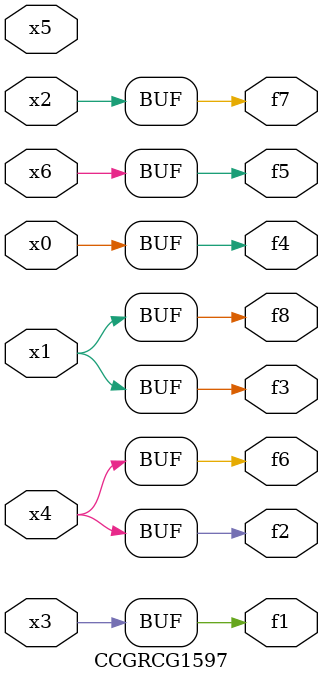
<source format=v>
module CCGRCG1597(
	input x0, x1, x2, x3, x4, x5, x6,
	output f1, f2, f3, f4, f5, f6, f7, f8
);
	assign f1 = x3;
	assign f2 = x4;
	assign f3 = x1;
	assign f4 = x0;
	assign f5 = x6;
	assign f6 = x4;
	assign f7 = x2;
	assign f8 = x1;
endmodule

</source>
